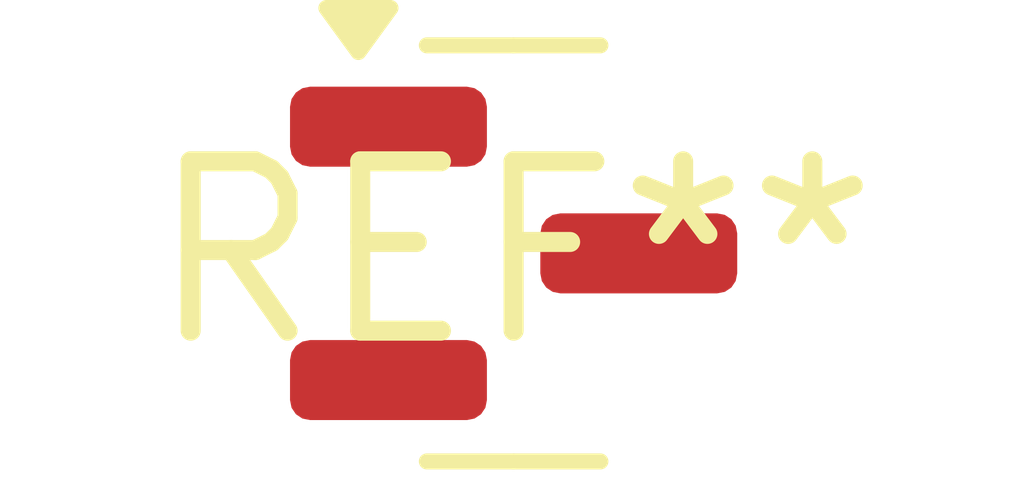
<source format=kicad_pcb>
(kicad_pcb (version 20240108) (generator pcbnew)
  (layers (0 "F.Cu" signal) (31 "B.Cu" signal) (34 "B.Paste" user) (35 "F.Paste" user) (36 "B.SilkS" user "B.Silkscreen") (37 "F.SilkS" user "F.Silkscreen") (38 "B.Mask" user) (39 "F.Mask" user) (44 "Edge.Cuts" user))
  (net 0 "")
  (footprint "SOT-23" (layer "F.Cu") (at 0 0)
    (property "Reference" "REF**")
    (property "Value" "SOT-23")
    (fp_line (start 0 -1.56) (end -0.65 -1.56) (layer "F.SilkS") (stroke (width 0.12)))
    (fp_line (start 0 -1.56) (end 0.65 -1.56) (layer "F.SilkS") (stroke (width 0.12)))
    (fp_line (start 0 1.56) (end -0.65 1.56) (layer "F.SilkS") (stroke (width 0.12)))
    (fp_line (start 0 1.56) (end 0.65 1.56) (layer "F.SilkS") (stroke (width 0.12)))
    (fp_poly (pts (xy -1.1625 -1.51) (xy -1.4025 -1.84) (xy -0.9225 -1.84) (xy -1.1625 -1.51)) (layer "F.SilkS") (stroke (width 0.12)) (fill solid))
    (pad "1" smd roundrect (at -0.9375 -0.95) (size 1.475 0.6) (layers "F.Cu" "F.Paste" "F.Mask"))
    (pad "2" smd roundrect (at -0.9375 0.95) (size 1.475 0.6) (layers "F.Cu" "F.Paste" "F.Mask"))
    (pad "3" smd roundrect (at 0.9375 0) (size 1.475 0.6) (layers "F.Cu" "F.Paste" "F.Mask"))
  )
)
</source>
